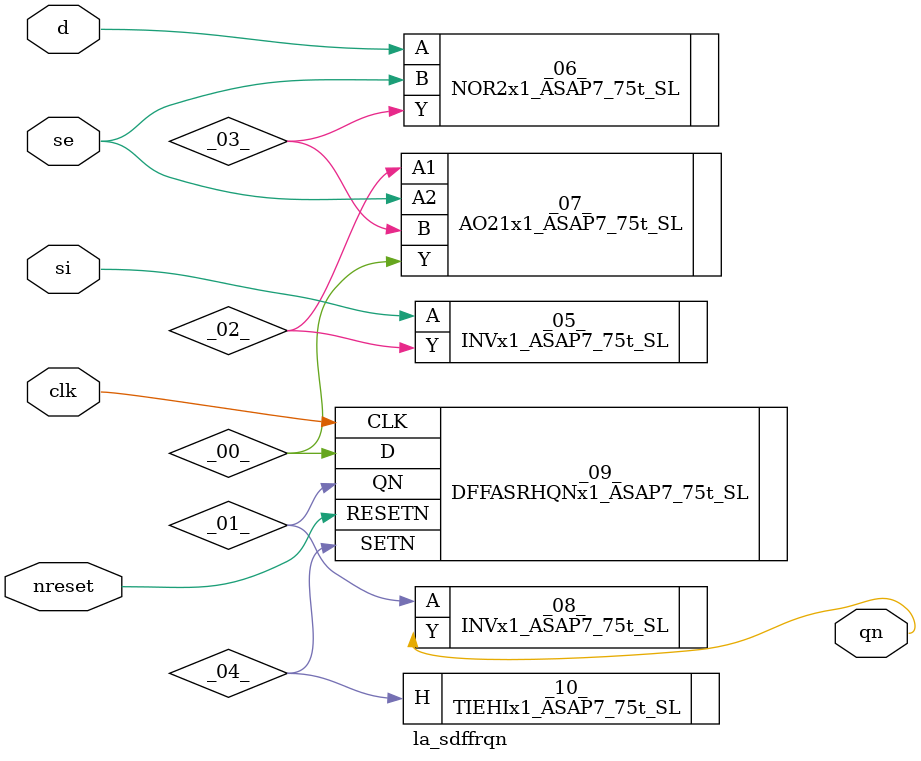
<source format=v>

/* Generated by Yosys 0.44 (git sha1 80ba43d26, g++ 11.4.0-1ubuntu1~22.04 -fPIC -O3) */

(* top =  1  *)
(* src = "inputs/la_sdffrqn.v:11.1-26.10" *)
module la_sdffrqn (
    d,
    si,
    se,
    clk,
    nreset,
    qn
);
  (* src = "inputs/la_sdffrqn.v:22.3-24.30" *)
  wire _00_;
  wire _01_;
  wire _02_;
  wire _03_;
  wire _04_;
  (* src = "inputs/la_sdffrqn.v:17.16-17.19" *)
  input clk;
  wire clk;
  (* src = "inputs/la_sdffrqn.v:14.16-14.17" *)
  input d;
  wire d;
  (* src = "inputs/la_sdffrqn.v:18.16-18.22" *)
  input nreset;
  wire nreset;
  (* src = "inputs/la_sdffrqn.v:19.16-19.18" *)
  output qn;
  wire qn;
  (* src = "inputs/la_sdffrqn.v:16.16-16.18" *)
  input se;
  wire se;
  (* src = "inputs/la_sdffrqn.v:15.16-15.18" *)
  input si;
  wire si;
  INVx1_ASAP7_75t_SL _05_ (
      .A(si),
      .Y(_02_)
  );
  NOR2x1_ASAP7_75t_SL _06_ (
      .A(d),
      .B(se),
      .Y(_03_)
  );
  AO21x1_ASAP7_75t_SL _07_ (
      .A1(_02_),
      .A2(se),
      .B (_03_),
      .Y (_00_)
  );
  INVx1_ASAP7_75t_SL _08_ (
      .A(_01_),
      .Y(qn)
  );
  (* src = "inputs/la_sdffrqn.v:22.3-24.30" *)
  DFFASRHQNx1_ASAP7_75t_SL _09_ (
      .CLK(clk),
      .D(_00_),
      .QN(_01_),
      .RESETN(nreset),
      .SETN(_04_)
  );
  TIEHIx1_ASAP7_75t_SL _10_ (.H(_04_));
endmodule

</source>
